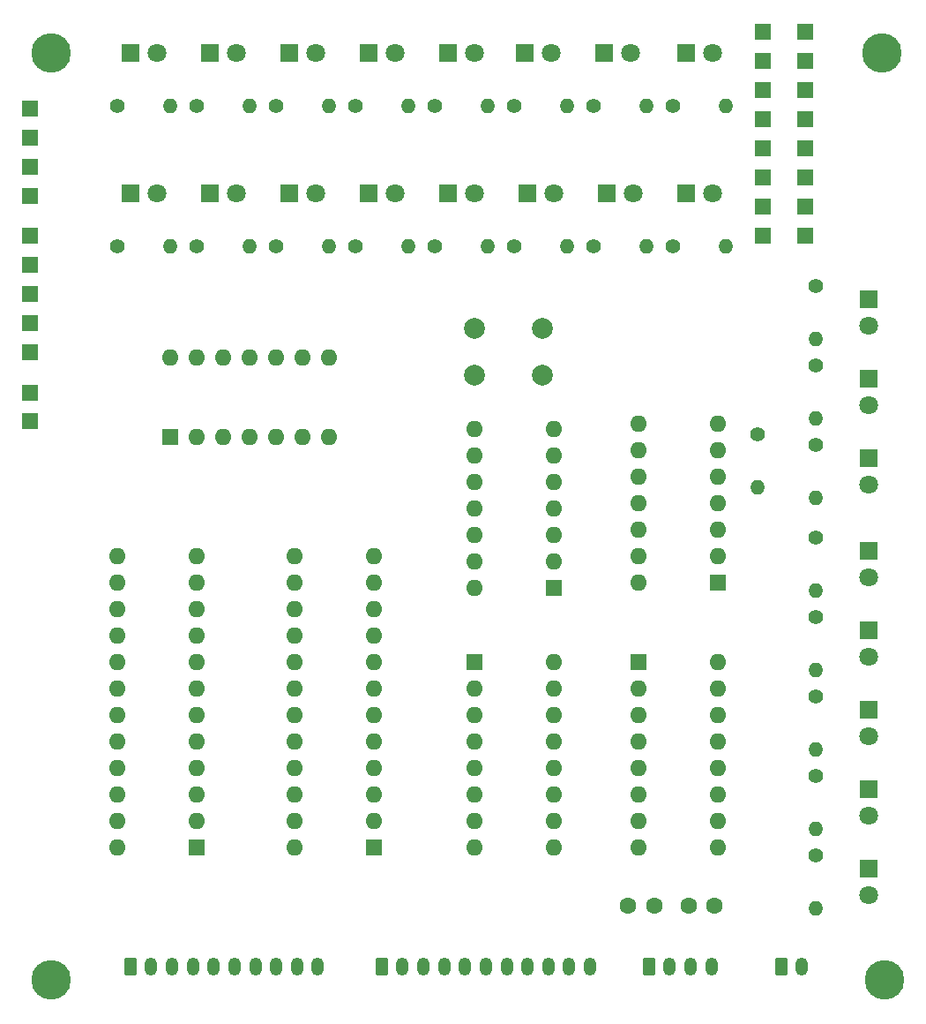
<source format=gbr>
G04 #@! TF.GenerationSoftware,KiCad,Pcbnew,(5.1.2-1)-1*
G04 #@! TF.CreationDate,2019-08-26T08:10:11+10:00*
G04 #@! TF.ProjectId,control-logic,636f6e74-726f-46c2-9d6c-6f6769632e6b,rev?*
G04 #@! TF.SameCoordinates,Original*
G04 #@! TF.FileFunction,Soldermask,Top*
G04 #@! TF.FilePolarity,Negative*
%FSLAX46Y46*%
G04 Gerber Fmt 4.6, Leading zero omitted, Abs format (unit mm)*
G04 Created by KiCad (PCBNEW (5.1.2-1)-1) date 2019-08-26 08:10:11*
%MOMM*%
%LPD*%
G04 APERTURE LIST*
%ADD10O,1.200000X1.750000*%
%ADD11C,0.100000*%
%ADD12C,1.200000*%
%ADD13C,3.790000*%
%ADD14C,1.600000*%
%ADD15R,1.800000X1.800000*%
%ADD16C,1.800000*%
%ADD17O,1.400000X1.400000*%
%ADD18C,1.400000*%
%ADD19C,2.000000*%
%ADD20R,1.500000X1.500000*%
%ADD21R,1.600000X1.600000*%
%ADD22O,1.600000X1.600000*%
G04 APERTURE END LIST*
D10*
X143190000Y-153670000D03*
X141190000Y-153670000D03*
X139190000Y-153670000D03*
X137190000Y-153670000D03*
X135190000Y-153670000D03*
X133190000Y-153670000D03*
X131190000Y-153670000D03*
X129190000Y-153670000D03*
X127190000Y-153670000D03*
X125190000Y-153670000D03*
D11*
G36*
X123564505Y-152796204D02*
G01*
X123588773Y-152799804D01*
X123612572Y-152805765D01*
X123635671Y-152814030D01*
X123657850Y-152824520D01*
X123678893Y-152837132D01*
X123698599Y-152851747D01*
X123716777Y-152868223D01*
X123733253Y-152886401D01*
X123747868Y-152906107D01*
X123760480Y-152927150D01*
X123770970Y-152949329D01*
X123779235Y-152972428D01*
X123785196Y-152996227D01*
X123788796Y-153020495D01*
X123790000Y-153044999D01*
X123790000Y-154295001D01*
X123788796Y-154319505D01*
X123785196Y-154343773D01*
X123779235Y-154367572D01*
X123770970Y-154390671D01*
X123760480Y-154412850D01*
X123747868Y-154433893D01*
X123733253Y-154453599D01*
X123716777Y-154471777D01*
X123698599Y-154488253D01*
X123678893Y-154502868D01*
X123657850Y-154515480D01*
X123635671Y-154525970D01*
X123612572Y-154534235D01*
X123588773Y-154540196D01*
X123564505Y-154543796D01*
X123540001Y-154545000D01*
X122839999Y-154545000D01*
X122815495Y-154543796D01*
X122791227Y-154540196D01*
X122767428Y-154534235D01*
X122744329Y-154525970D01*
X122722150Y-154515480D01*
X122701107Y-154502868D01*
X122681401Y-154488253D01*
X122663223Y-154471777D01*
X122646747Y-154453599D01*
X122632132Y-154433893D01*
X122619520Y-154412850D01*
X122609030Y-154390671D01*
X122600765Y-154367572D01*
X122594804Y-154343773D01*
X122591204Y-154319505D01*
X122590000Y-154295001D01*
X122590000Y-153044999D01*
X122591204Y-153020495D01*
X122594804Y-152996227D01*
X122600765Y-152972428D01*
X122609030Y-152949329D01*
X122619520Y-152927150D01*
X122632132Y-152906107D01*
X122646747Y-152886401D01*
X122663223Y-152868223D01*
X122681401Y-152851747D01*
X122701107Y-152837132D01*
X122722150Y-152824520D01*
X122744329Y-152814030D01*
X122767428Y-152805765D01*
X122791227Y-152799804D01*
X122815495Y-152796204D01*
X122839999Y-152795000D01*
X123540001Y-152795000D01*
X123564505Y-152796204D01*
X123564505Y-152796204D01*
G37*
D12*
X123190000Y-153670000D03*
D13*
X91440000Y-154940000D03*
X91440000Y-66040000D03*
X171196000Y-66040000D03*
X171450000Y-154940000D03*
D14*
X146852000Y-147828000D03*
X149352000Y-147828000D03*
X155154000Y-147828000D03*
X152654000Y-147828000D03*
D15*
X169926000Y-144272000D03*
D16*
X169926000Y-146812000D03*
D15*
X169926000Y-136652000D03*
D16*
X169926000Y-139192000D03*
D15*
X169926000Y-129032000D03*
D16*
X169926000Y-131572000D03*
X169926000Y-123952000D03*
D15*
X169926000Y-121412000D03*
D16*
X169926000Y-116332000D03*
D15*
X169926000Y-113792000D03*
X99060000Y-66040000D03*
D16*
X101600000Y-66040000D03*
X109220000Y-66040000D03*
D15*
X106680000Y-66040000D03*
X114300000Y-66040000D03*
D16*
X116840000Y-66040000D03*
X124460000Y-66040000D03*
D15*
X121920000Y-66040000D03*
X169926000Y-104902000D03*
D16*
X169926000Y-107442000D03*
X169926000Y-99822000D03*
D15*
X169926000Y-97282000D03*
D16*
X169926000Y-92202000D03*
D15*
X169926000Y-89662000D03*
X129540000Y-66040000D03*
D16*
X132080000Y-66040000D03*
X139446000Y-66040000D03*
D15*
X136906000Y-66040000D03*
D16*
X147066000Y-66040000D03*
D15*
X144526000Y-66040000D03*
X152400000Y-66040000D03*
D16*
X154940000Y-66040000D03*
X101600000Y-79502000D03*
D15*
X99060000Y-79502000D03*
X106680000Y-79502000D03*
D16*
X109220000Y-79502000D03*
D15*
X114300000Y-79502000D03*
D16*
X116840000Y-79502000D03*
X124460000Y-79502000D03*
D15*
X121920000Y-79502000D03*
X129540000Y-79502000D03*
D16*
X132080000Y-79502000D03*
X139700000Y-79502000D03*
D15*
X137160000Y-79502000D03*
X144780000Y-79502000D03*
D16*
X147320000Y-79502000D03*
X154940000Y-79502000D03*
D15*
X152400000Y-79502000D03*
D11*
G36*
X161918505Y-152796204D02*
G01*
X161942773Y-152799804D01*
X161966572Y-152805765D01*
X161989671Y-152814030D01*
X162011850Y-152824520D01*
X162032893Y-152837132D01*
X162052599Y-152851747D01*
X162070777Y-152868223D01*
X162087253Y-152886401D01*
X162101868Y-152906107D01*
X162114480Y-152927150D01*
X162124970Y-152949329D01*
X162133235Y-152972428D01*
X162139196Y-152996227D01*
X162142796Y-153020495D01*
X162144000Y-153044999D01*
X162144000Y-154295001D01*
X162142796Y-154319505D01*
X162139196Y-154343773D01*
X162133235Y-154367572D01*
X162124970Y-154390671D01*
X162114480Y-154412850D01*
X162101868Y-154433893D01*
X162087253Y-154453599D01*
X162070777Y-154471777D01*
X162052599Y-154488253D01*
X162032893Y-154502868D01*
X162011850Y-154515480D01*
X161989671Y-154525970D01*
X161966572Y-154534235D01*
X161942773Y-154540196D01*
X161918505Y-154543796D01*
X161894001Y-154545000D01*
X161193999Y-154545000D01*
X161169495Y-154543796D01*
X161145227Y-154540196D01*
X161121428Y-154534235D01*
X161098329Y-154525970D01*
X161076150Y-154515480D01*
X161055107Y-154502868D01*
X161035401Y-154488253D01*
X161017223Y-154471777D01*
X161000747Y-154453599D01*
X160986132Y-154433893D01*
X160973520Y-154412850D01*
X160963030Y-154390671D01*
X160954765Y-154367572D01*
X160948804Y-154343773D01*
X160945204Y-154319505D01*
X160944000Y-154295001D01*
X160944000Y-153044999D01*
X160945204Y-153020495D01*
X160948804Y-152996227D01*
X160954765Y-152972428D01*
X160963030Y-152949329D01*
X160973520Y-152927150D01*
X160986132Y-152906107D01*
X161000747Y-152886401D01*
X161017223Y-152868223D01*
X161035401Y-152851747D01*
X161055107Y-152837132D01*
X161076150Y-152824520D01*
X161098329Y-152814030D01*
X161121428Y-152805765D01*
X161145227Y-152799804D01*
X161169495Y-152796204D01*
X161193999Y-152795000D01*
X161894001Y-152795000D01*
X161918505Y-152796204D01*
X161918505Y-152796204D01*
G37*
D12*
X161544000Y-153670000D03*
D10*
X163544000Y-153670000D03*
D11*
G36*
X149218505Y-152796204D02*
G01*
X149242773Y-152799804D01*
X149266572Y-152805765D01*
X149289671Y-152814030D01*
X149311850Y-152824520D01*
X149332893Y-152837132D01*
X149352599Y-152851747D01*
X149370777Y-152868223D01*
X149387253Y-152886401D01*
X149401868Y-152906107D01*
X149414480Y-152927150D01*
X149424970Y-152949329D01*
X149433235Y-152972428D01*
X149439196Y-152996227D01*
X149442796Y-153020495D01*
X149444000Y-153044999D01*
X149444000Y-154295001D01*
X149442796Y-154319505D01*
X149439196Y-154343773D01*
X149433235Y-154367572D01*
X149424970Y-154390671D01*
X149414480Y-154412850D01*
X149401868Y-154433893D01*
X149387253Y-154453599D01*
X149370777Y-154471777D01*
X149352599Y-154488253D01*
X149332893Y-154502868D01*
X149311850Y-154515480D01*
X149289671Y-154525970D01*
X149266572Y-154534235D01*
X149242773Y-154540196D01*
X149218505Y-154543796D01*
X149194001Y-154545000D01*
X148493999Y-154545000D01*
X148469495Y-154543796D01*
X148445227Y-154540196D01*
X148421428Y-154534235D01*
X148398329Y-154525970D01*
X148376150Y-154515480D01*
X148355107Y-154502868D01*
X148335401Y-154488253D01*
X148317223Y-154471777D01*
X148300747Y-154453599D01*
X148286132Y-154433893D01*
X148273520Y-154412850D01*
X148263030Y-154390671D01*
X148254765Y-154367572D01*
X148248804Y-154343773D01*
X148245204Y-154319505D01*
X148244000Y-154295001D01*
X148244000Y-153044999D01*
X148245204Y-153020495D01*
X148248804Y-152996227D01*
X148254765Y-152972428D01*
X148263030Y-152949329D01*
X148273520Y-152927150D01*
X148286132Y-152906107D01*
X148300747Y-152886401D01*
X148317223Y-152868223D01*
X148335401Y-152851747D01*
X148355107Y-152837132D01*
X148376150Y-152824520D01*
X148398329Y-152814030D01*
X148421428Y-152805765D01*
X148445227Y-152799804D01*
X148469495Y-152796204D01*
X148493999Y-152795000D01*
X149194001Y-152795000D01*
X149218505Y-152796204D01*
X149218505Y-152796204D01*
G37*
D12*
X148844000Y-153670000D03*
D10*
X150844000Y-153670000D03*
X152844000Y-153670000D03*
X154844000Y-153670000D03*
X117060000Y-153670000D03*
X115060000Y-153670000D03*
X113060000Y-153670000D03*
X111060000Y-153670000D03*
X109060000Y-153670000D03*
X107060000Y-153670000D03*
X105060000Y-153670000D03*
X103060000Y-153670000D03*
X101060000Y-153670000D03*
D11*
G36*
X99434505Y-152796204D02*
G01*
X99458773Y-152799804D01*
X99482572Y-152805765D01*
X99505671Y-152814030D01*
X99527850Y-152824520D01*
X99548893Y-152837132D01*
X99568599Y-152851747D01*
X99586777Y-152868223D01*
X99603253Y-152886401D01*
X99617868Y-152906107D01*
X99630480Y-152927150D01*
X99640970Y-152949329D01*
X99649235Y-152972428D01*
X99655196Y-152996227D01*
X99658796Y-153020495D01*
X99660000Y-153044999D01*
X99660000Y-154295001D01*
X99658796Y-154319505D01*
X99655196Y-154343773D01*
X99649235Y-154367572D01*
X99640970Y-154390671D01*
X99630480Y-154412850D01*
X99617868Y-154433893D01*
X99603253Y-154453599D01*
X99586777Y-154471777D01*
X99568599Y-154488253D01*
X99548893Y-154502868D01*
X99527850Y-154515480D01*
X99505671Y-154525970D01*
X99482572Y-154534235D01*
X99458773Y-154540196D01*
X99434505Y-154543796D01*
X99410001Y-154545000D01*
X98709999Y-154545000D01*
X98685495Y-154543796D01*
X98661227Y-154540196D01*
X98637428Y-154534235D01*
X98614329Y-154525970D01*
X98592150Y-154515480D01*
X98571107Y-154502868D01*
X98551401Y-154488253D01*
X98533223Y-154471777D01*
X98516747Y-154453599D01*
X98502132Y-154433893D01*
X98489520Y-154412850D01*
X98479030Y-154390671D01*
X98470765Y-154367572D01*
X98464804Y-154343773D01*
X98461204Y-154319505D01*
X98460000Y-154295001D01*
X98460000Y-153044999D01*
X98461204Y-153020495D01*
X98464804Y-152996227D01*
X98470765Y-152972428D01*
X98479030Y-152949329D01*
X98489520Y-152927150D01*
X98502132Y-152906107D01*
X98516747Y-152886401D01*
X98533223Y-152868223D01*
X98551401Y-152851747D01*
X98571107Y-152837132D01*
X98592150Y-152824520D01*
X98614329Y-152814030D01*
X98637428Y-152805765D01*
X98661227Y-152799804D01*
X98685495Y-152796204D01*
X98709999Y-152795000D01*
X99410001Y-152795000D01*
X99434505Y-152796204D01*
X99434505Y-152796204D01*
G37*
D12*
X99060000Y-153670000D03*
D17*
X159258000Y-107696000D03*
D18*
X159258000Y-102616000D03*
D17*
X164846000Y-148082000D03*
D18*
X164846000Y-143002000D03*
X164846000Y-135382000D03*
D17*
X164846000Y-140462000D03*
D18*
X164846000Y-127762000D03*
D17*
X164846000Y-132842000D03*
D18*
X164846000Y-120142000D03*
D17*
X164846000Y-125222000D03*
X164846000Y-117602000D03*
D18*
X164846000Y-112522000D03*
D17*
X102870000Y-71120000D03*
D18*
X97790000Y-71120000D03*
D17*
X110490000Y-71120000D03*
D18*
X105410000Y-71120000D03*
X164846000Y-103632000D03*
D17*
X164846000Y-108712000D03*
D18*
X164846000Y-96012000D03*
D17*
X164846000Y-101092000D03*
D18*
X164846000Y-88392000D03*
D17*
X164846000Y-93472000D03*
X118110000Y-71120000D03*
D18*
X113030000Y-71120000D03*
D17*
X125730000Y-71120000D03*
D18*
X120650000Y-71120000D03*
X128270000Y-71120000D03*
D17*
X133350000Y-71120000D03*
D18*
X135890000Y-71120000D03*
D17*
X140970000Y-71120000D03*
D18*
X143510000Y-71120000D03*
D17*
X148590000Y-71120000D03*
D18*
X151130000Y-71120000D03*
D17*
X156210000Y-71120000D03*
D18*
X97790000Y-84582000D03*
D17*
X102870000Y-84582000D03*
D18*
X105410000Y-84582000D03*
D17*
X110490000Y-84582000D03*
X118110000Y-84582000D03*
D18*
X113030000Y-84582000D03*
D17*
X125730000Y-84582000D03*
D18*
X120650000Y-84582000D03*
D17*
X133350000Y-84582000D03*
D18*
X128270000Y-84582000D03*
D17*
X140970000Y-84582000D03*
D18*
X135890000Y-84582000D03*
D17*
X148590000Y-84582000D03*
D18*
X143510000Y-84582000D03*
X151130000Y-84582000D03*
D17*
X156210000Y-84582000D03*
D19*
X132080000Y-96956000D03*
X132080000Y-92456000D03*
X138580000Y-96956000D03*
X138580000Y-92456000D03*
D20*
X89408000Y-98625001D03*
X89408000Y-101346000D03*
X89408000Y-89154000D03*
X89408000Y-86360000D03*
X89408000Y-83566000D03*
X89408000Y-71374000D03*
X89408000Y-74168000D03*
X89408000Y-76962000D03*
X89408000Y-79756000D03*
X89408000Y-94742000D03*
X89408000Y-91948000D03*
X163830000Y-64008000D03*
X163830000Y-77978000D03*
X163830000Y-66802000D03*
X163830000Y-80772000D03*
X163830000Y-69596000D03*
X163830000Y-83566000D03*
X163830000Y-72390000D03*
X163830000Y-75184000D03*
X159766000Y-64008000D03*
X159766000Y-72390000D03*
X159766000Y-77978000D03*
X159766000Y-66802000D03*
X159766000Y-80772000D03*
X159766000Y-75184000D03*
X159766000Y-83566000D03*
X159766000Y-69596000D03*
D21*
X155448000Y-116840000D03*
D22*
X147828000Y-101600000D03*
X155448000Y-114300000D03*
X147828000Y-104140000D03*
X155448000Y-111760000D03*
X147828000Y-106680000D03*
X155448000Y-109220000D03*
X147828000Y-109220000D03*
X155448000Y-106680000D03*
X147828000Y-111760000D03*
X155448000Y-104140000D03*
X147828000Y-114300000D03*
X155448000Y-101600000D03*
X147828000Y-116840000D03*
D21*
X132080000Y-124460000D03*
D22*
X139700000Y-142240000D03*
X132080000Y-127000000D03*
X139700000Y-139700000D03*
X132080000Y-129540000D03*
X139700000Y-137160000D03*
X132080000Y-132080000D03*
X139700000Y-134620000D03*
X132080000Y-134620000D03*
X139700000Y-132080000D03*
X132080000Y-137160000D03*
X139700000Y-129540000D03*
X132080000Y-139700000D03*
X139700000Y-127000000D03*
X132080000Y-142240000D03*
X139700000Y-124460000D03*
X155448000Y-124460000D03*
X147828000Y-142240000D03*
X155448000Y-127000000D03*
X147828000Y-139700000D03*
X155448000Y-129540000D03*
X147828000Y-137160000D03*
X155448000Y-132080000D03*
X147828000Y-134620000D03*
X155448000Y-134620000D03*
X147828000Y-132080000D03*
X155448000Y-137160000D03*
X147828000Y-129540000D03*
X155448000Y-139700000D03*
X147828000Y-127000000D03*
X155448000Y-142240000D03*
D21*
X147828000Y-124460000D03*
D22*
X114808000Y-142240000D03*
X122428000Y-114300000D03*
X114808000Y-139700000D03*
X122428000Y-116840000D03*
X114808000Y-137160000D03*
X122428000Y-119380000D03*
X114808000Y-134620000D03*
X122428000Y-121920000D03*
X114808000Y-132080000D03*
X122428000Y-124460000D03*
X114808000Y-129540000D03*
X122428000Y-127000000D03*
X114808000Y-127000000D03*
X122428000Y-129540000D03*
X114808000Y-124460000D03*
X122428000Y-132080000D03*
X114808000Y-121920000D03*
X122428000Y-134620000D03*
X114808000Y-119380000D03*
X122428000Y-137160000D03*
X114808000Y-116840000D03*
X122428000Y-139700000D03*
X114808000Y-114300000D03*
D21*
X122428000Y-142240000D03*
X105410000Y-142240000D03*
D22*
X97790000Y-114300000D03*
X105410000Y-139700000D03*
X97790000Y-116840000D03*
X105410000Y-137160000D03*
X97790000Y-119380000D03*
X105410000Y-134620000D03*
X97790000Y-121920000D03*
X105410000Y-132080000D03*
X97790000Y-124460000D03*
X105410000Y-129540000D03*
X97790000Y-127000000D03*
X105410000Y-127000000D03*
X97790000Y-129540000D03*
X105410000Y-124460000D03*
X97790000Y-132080000D03*
X105410000Y-121920000D03*
X97790000Y-134620000D03*
X105410000Y-119380000D03*
X97790000Y-137160000D03*
X105410000Y-116840000D03*
X97790000Y-139700000D03*
X105410000Y-114300000D03*
X97790000Y-142240000D03*
X132080000Y-117348000D03*
X139700000Y-102108000D03*
X132080000Y-114808000D03*
X139700000Y-104648000D03*
X132080000Y-112268000D03*
X139700000Y-107188000D03*
X132080000Y-109728000D03*
X139700000Y-109728000D03*
X132080000Y-107188000D03*
X139700000Y-112268000D03*
X132080000Y-104648000D03*
X139700000Y-114808000D03*
X132080000Y-102108000D03*
D21*
X139700000Y-117348000D03*
X102870000Y-102870000D03*
D22*
X118110000Y-95250000D03*
X105410000Y-102870000D03*
X115570000Y-95250000D03*
X107950000Y-102870000D03*
X113030000Y-95250000D03*
X110490000Y-102870000D03*
X110490000Y-95250000D03*
X113030000Y-102870000D03*
X107950000Y-95250000D03*
X115570000Y-102870000D03*
X105410000Y-95250000D03*
X118110000Y-102870000D03*
X102870000Y-95250000D03*
M02*

</source>
